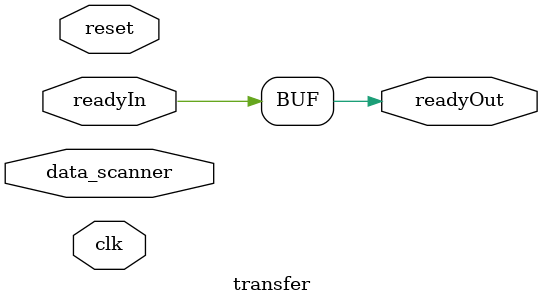
<source format=sv>


// Reset is included but not needed

// When testing, the first positive clock edge will occur at i = 1 instead of i = 0.
// Because of this, the iterator goes i = 8 instead of i = 7 since 
// we will read 8 bits at a time.


module transfer(clk, reset, data_scanner, readyIn, readyOut);
	input logic clk, reset;
	input logic data_scanner; 
	input logic readyIn;
	output reg readyOut;
	
	assign readyOut = readyIn;
	
	reg [7:0] bits1; //Will be used to count each bit at every positive clock edge
	
	integer i;
	
	initial begin
		i = 0;
	end
	
	
	// This will look at every bit passed in and will continue going until 8 bits have been 
	// input. 
	always @(posedge clk) begin
		if ( i >= 0 && i < 8) 
			begin
				bits1[i] <= data_scanner;
				i <= i + 1;
//				readyOut <= 1;
			end
		else if ( i >= 7) 
			begin
				i <= 0;
//				readyOut <= 0;
				bits1 <= 8'bXXXXXXXX;
			end
	end
	


		
endmodule 

//module transfer_testbench();
//	logic clk, reset;
//   logic data_scanner;
//	logic ready;
//
//	transfer dut(.clk, .reset, .data_scanner, .ready);
//	
//	// Set up the clock.
//	parameter CLOCK_PERIOD=100;
//	initial begin
//		clk <= 0;
//		forever #(CLOCK_PERIOD/2) clk <= ~clk;
//	end
//	
//	
//	// Set up the inputs to the design. Each line is a clock cycle.
//	initial begin	
//				 data_scanner <= 1;	   @(posedge clk); 
//             data_scanner <= 0;		@(posedge clk); 
//             data_scanner <= 1;     @(posedge clk);
//      		 data_scanner <= 0; 		@(posedge clk);
//												@(posedge clk);
//												@(posedge clk);
//				 data_scanner <= 1;		@(posedge clk);
//             					         @(posedge clk);
// 												@(posedge clk); 
//												@(posedge clk);
//												@(posedge clk);
//												@(posedge clk);
//            					         @(posedge clk);
//				data_scanner <= 0;	   @(posedge clk); 
//				data_scanner <= 1;	   @(posedge clk);
//												@(posedge clk);
//												@(posedge clk);
//                     					@(posedge clk);
//												@(posedge clk); 
//												@(posedge clk);
//												@(posedge clk);
//												@(posedge clk);
//            								@(posedge clk); 
//                                 	@(posedge clk);
//												@(posedge clk);
//												@(posedge clk);
//												@(posedge clk);
//												@(posedge clk); 
//                     					@(posedge clk);
//                     					@(posedge clk);
//												@(posedge clk);
// 												@(posedge clk);
//												@(posedge clk);
//												@(posedge clk); 
//												@(posedge clk);
//												@(posedge clk);
//												@(posedge clk);
// $stop; // End the simulation.
//												
//											
//	end
//
//endmodule



</source>
